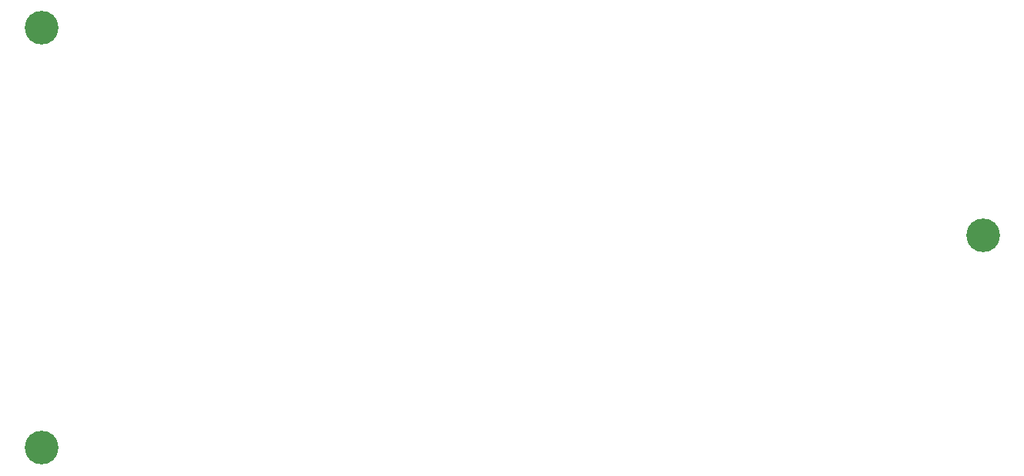
<source format=gbr>
%TF.GenerationSoftware,KiCad,Pcbnew,7.0.0-1.fc36*%
%TF.CreationDate,2023-03-13T21:20:17-05:00*%
%TF.ProjectId,2275Mod,32323735-4d6f-4642-9e6b-696361645f70,rev?*%
%TF.SameCoordinates,Original*%
%TF.FileFunction,NonPlated,1,2,NPTH,Drill*%
%TF.FilePolarity,Positive*%
%FSLAX46Y46*%
G04 Gerber Fmt 4.6, Leading zero omitted, Abs format (unit mm)*
G04 Created by KiCad (PCBNEW 7.0.0-1.fc36) date 2023-03-13 21:20:17*
%MOMM*%
%LPD*%
G01*
G04 APERTURE LIST*
%TA.AperFunction,ComponentDrill*%
%ADD10C,3.700000*%
%TD*%
G04 APERTURE END LIST*
D10*
%TO.C,H3*%
X113538000Y-76454000D03*
%TO.C,H1*%
X113538000Y-122682000D03*
%TO.C,H2*%
X217043000Y-99314000D03*
M02*

</source>
